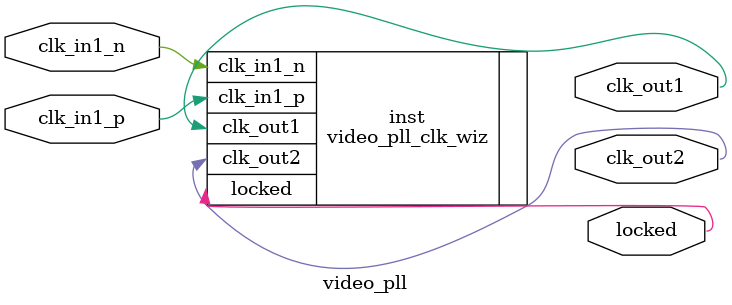
<source format=v>


`timescale 1ps/1ps

(* CORE_GENERATION_INFO = "video_pll,clk_wiz_v5_4_3_0,{component_name=video_pll,use_phase_alignment=true,use_min_o_jitter=false,use_max_i_jitter=false,use_dyn_phase_shift=false,use_inclk_switchover=false,use_dyn_reconfig=false,enable_axi=0,feedback_source=FDBK_AUTO,PRIMITIVE=MMCM,num_out_clk=2,clkin1_period=5.000,clkin2_period=10.0,use_power_down=false,use_reset=false,use_locked=true,use_inclk_stopped=false,feedback_type=SINGLE,CLOCK_MGR_TYPE=NA,manual_override=false}" *)

module video_pll 
 (
  // Clock out ports
  output        clk_out1,
  output        clk_out2,
  // Status and control signals
  output        locked,
 // Clock in ports
  input         clk_in1_p,
  input         clk_in1_n
 );

  video_pll_clk_wiz inst
  (
  // Clock out ports  
  .clk_out1(clk_out1),
  .clk_out2(clk_out2),
  // Status and control signals               
  .locked(locked),
 // Clock in ports
  .clk_in1_p(clk_in1_p),
  .clk_in1_n(clk_in1_n)
  );

endmodule

</source>
